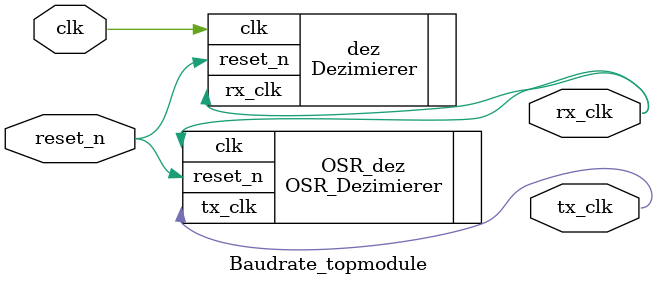
<source format=v>
`timescale 1ns / 1ps
module Baudrate_topmodule(
    input wire clk,
	 input wire reset_n,
    output wire rx_clk,
    output wire tx_clk
    );
	 


Dezimierer dez(
  .clk(clk),
  .reset_n(reset_n),
  .rx_clk(rx_clk) 
    );
	 

	 
OSR_Dezimierer OSR_dez(
    .clk(rx_clk),
    .reset_n(reset_n),
    .tx_clk(tx_clk) 
    ); 
	 
	 
endmodule

</source>
